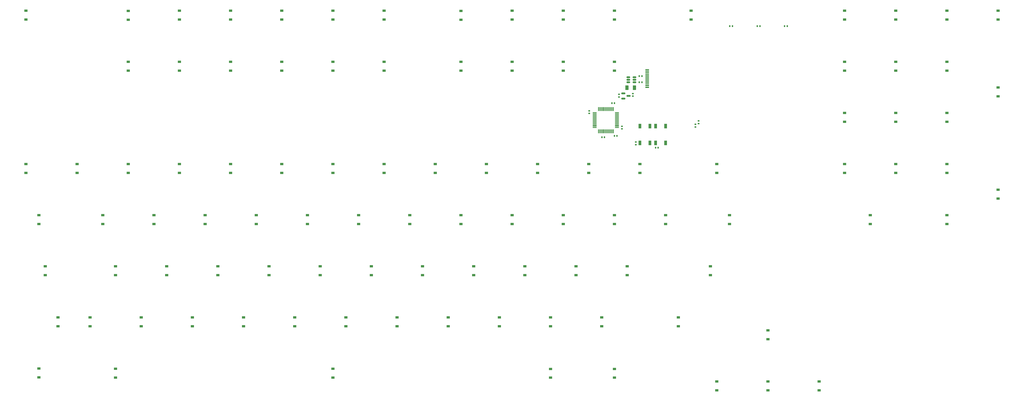
<source format=gbp>
%TF.GenerationSoftware,KiCad,Pcbnew,(7.0.0-0)*%
%TF.CreationDate,2024-01-31T16:00:13-05:00*%
%TF.ProjectId,TKL,544b4c2e-6b69-4636-9164-5f7063625858,rev?*%
%TF.SameCoordinates,Original*%
%TF.FileFunction,Paste,Bot*%
%TF.FilePolarity,Positive*%
%FSLAX46Y46*%
G04 Gerber Fmt 4.6, Leading zero omitted, Abs format (unit mm)*
G04 Created by KiCad (PCBNEW (7.0.0-0)) date 2024-01-31 16:00:13*
%MOMM*%
%LPD*%
G01*
G04 APERTURE LIST*
G04 Aperture macros list*
%AMRoundRect*
0 Rectangle with rounded corners*
0 $1 Rounding radius*
0 $2 $3 $4 $5 $6 $7 $8 $9 X,Y pos of 4 corners*
0 Add a 4 corners polygon primitive as box body*
4,1,4,$2,$3,$4,$5,$6,$7,$8,$9,$2,$3,0*
0 Add four circle primitives for the rounded corners*
1,1,$1+$1,$2,$3*
1,1,$1+$1,$4,$5*
1,1,$1+$1,$6,$7*
1,1,$1+$1,$8,$9*
0 Add four rect primitives between the rounded corners*
20,1,$1+$1,$2,$3,$4,$5,0*
20,1,$1+$1,$4,$5,$6,$7,0*
20,1,$1+$1,$6,$7,$8,$9,0*
20,1,$1+$1,$8,$9,$2,$3,0*%
G04 Aperture macros list end*
%ADD10R,1.200000X0.900000*%
%ADD11RoundRect,0.135000X0.135000X0.185000X-0.135000X0.185000X-0.135000X-0.185000X0.135000X-0.185000X0*%
%ADD12R,1.450000X0.600000*%
%ADD13R,1.450000X0.300000*%
%ADD14R,1.100000X1.800000*%
%ADD15RoundRect,0.150000X-0.587500X-0.150000X0.587500X-0.150000X0.587500X0.150000X-0.587500X0.150000X0*%
%ADD16RoundRect,0.140000X-0.140000X-0.170000X0.140000X-0.170000X0.140000X0.170000X-0.140000X0.170000X0*%
%ADD17RoundRect,0.135000X-0.185000X0.135000X-0.185000X-0.135000X0.185000X-0.135000X0.185000X0.135000X0*%
%ADD18RoundRect,0.250000X0.375000X0.625000X-0.375000X0.625000X-0.375000X-0.625000X0.375000X-0.625000X0*%
%ADD19RoundRect,0.150000X-0.512500X-0.150000X0.512500X-0.150000X0.512500X0.150000X-0.512500X0.150000X0*%
%ADD20RoundRect,0.075000X0.075000X-0.662500X0.075000X0.662500X-0.075000X0.662500X-0.075000X-0.662500X0*%
%ADD21RoundRect,0.075000X0.662500X-0.075000X0.662500X0.075000X-0.662500X0.075000X-0.662500X-0.075000X0*%
%ADD22RoundRect,0.140000X-0.170000X0.140000X-0.170000X-0.140000X0.170000X-0.140000X0.170000X0.140000X0*%
%ADD23RoundRect,0.140000X0.170000X-0.140000X0.170000X0.140000X-0.170000X0.140000X-0.170000X-0.140000X0*%
%ADD24RoundRect,0.135000X0.185000X-0.135000X0.185000X0.135000X-0.185000X0.135000X-0.185000X-0.135000X0*%
%ADD25RoundRect,0.140000X0.140000X0.170000X-0.140000X0.170000X-0.140000X-0.170000X0.140000X-0.170000X0*%
G04 APERTURE END LIST*
D10*
X353218749Y-285766699D03*
X353218749Y-282466699D03*
X229393749Y-266716699D03*
X229393749Y-263416699D03*
X505618749Y-285766699D03*
X505618749Y-282466699D03*
X305593749Y-266716699D03*
X305593749Y-263416699D03*
X286543749Y-209566699D03*
X286543749Y-206266699D03*
X248443749Y-266716699D03*
X248443749Y-263416699D03*
D11*
X464599750Y-211948950D03*
X463579750Y-211948950D03*
D12*
X422542499Y-228290573D03*
X422542499Y-229090573D03*
D13*
X422542499Y-230290573D03*
X422542499Y-231290573D03*
X422542499Y-231790573D03*
X422542499Y-232790573D03*
D12*
X422542499Y-233990573D03*
X422542499Y-234790573D03*
X422542499Y-234790573D03*
X422542499Y-233990573D03*
D13*
X422542499Y-233290573D03*
X422542499Y-232290573D03*
X422542499Y-230790573D03*
X422542499Y-229790573D03*
D12*
X422542499Y-229090573D03*
X422542499Y-228290573D03*
D14*
X423593749Y-255466699D03*
X423593749Y-249266699D03*
X419893749Y-255466699D03*
X419893749Y-249266699D03*
D15*
X413717248Y-238970697D03*
X413717248Y-237070697D03*
X415592248Y-238020697D03*
D16*
X405697750Y-253350950D03*
X406657750Y-253350950D03*
D10*
X367506249Y-323866699D03*
X367506249Y-320566699D03*
X362743749Y-266716699D03*
X362743749Y-263416699D03*
X391318749Y-209566699D03*
X391318749Y-206266699D03*
D17*
X441668750Y-247252950D03*
X441668750Y-248272950D03*
D10*
X262731249Y-304816699D03*
X262731249Y-301516699D03*
D16*
X410350950Y-252907076D03*
X411310950Y-252907076D03*
D10*
X224631249Y-304816699D03*
X224631249Y-301516699D03*
X248443749Y-209566699D03*
X248443749Y-206266699D03*
X238918749Y-285766699D03*
X238918749Y-282466699D03*
X243681249Y-304816699D03*
X243681249Y-301516699D03*
X291306249Y-323866699D03*
X291306249Y-320566699D03*
X553243749Y-276241699D03*
X553243749Y-272941699D03*
X438943749Y-209566699D03*
X438943749Y-206266699D03*
X198437499Y-304816699D03*
X198437499Y-301516699D03*
X324643749Y-209566699D03*
X324643749Y-206266699D03*
X405606249Y-323866699D03*
X405606249Y-320566699D03*
X210343749Y-266716699D03*
X210343749Y-263416699D03*
X300831249Y-304816699D03*
X300831249Y-301516699D03*
X234156249Y-323866699D03*
X234156249Y-320566699D03*
X319881249Y-304816699D03*
X319881249Y-301516699D03*
D11*
X474759750Y-211948950D03*
X473739750Y-211948950D03*
D10*
X434181249Y-323866699D03*
X434181249Y-320566699D03*
X315118749Y-285766699D03*
X315118749Y-282466699D03*
X400843749Y-266716699D03*
X400843749Y-263416699D03*
X229393749Y-228616699D03*
X229393749Y-225316699D03*
D14*
X429435747Y-255466699D03*
X429435747Y-249266699D03*
X425735747Y-255466699D03*
X425735747Y-249266699D03*
D10*
X534193749Y-247666699D03*
X534193749Y-244366699D03*
X191293749Y-266716699D03*
X191293749Y-263416699D03*
X196056249Y-285766699D03*
X196056249Y-282466699D03*
X305593749Y-209566699D03*
X305593749Y-206266699D03*
X410368749Y-209566699D03*
X410368749Y-206266699D03*
X257968749Y-285766699D03*
X257968749Y-282466699D03*
X338931249Y-304816699D03*
X338931249Y-301516699D03*
X534193749Y-228616699D03*
X534193749Y-225316699D03*
X324643749Y-266716699D03*
X324643749Y-263416699D03*
X267493749Y-266716699D03*
X267493749Y-263416699D03*
X224631249Y-342962499D03*
X224631249Y-339662499D03*
X515143749Y-266716699D03*
X515143749Y-263416699D03*
X203199999Y-323866699D03*
X203199999Y-320566699D03*
X534193749Y-285766699D03*
X534193749Y-282466699D03*
D18*
X417862250Y-234937824D03*
X415062250Y-234937824D03*
D19*
X415575750Y-232903950D03*
X415575750Y-231953950D03*
X415575750Y-231003950D03*
X417850750Y-231003950D03*
X417850750Y-231953950D03*
X417850750Y-232903950D03*
D10*
X410368749Y-343008299D03*
X410368749Y-339708299D03*
X534193749Y-209566699D03*
X534193749Y-206266699D03*
D20*
X409943750Y-251195826D03*
X409443750Y-251195826D03*
X408943750Y-251195826D03*
X408443750Y-251195826D03*
X407943750Y-251195826D03*
X407443750Y-251195826D03*
X406943750Y-251195826D03*
X406443750Y-251195826D03*
X405943750Y-251195826D03*
X405443750Y-251195826D03*
X404943750Y-251195826D03*
X404443750Y-251195826D03*
D21*
X403031250Y-249783326D03*
X403031250Y-249283326D03*
X403031250Y-248783326D03*
X403031250Y-248283326D03*
X403031250Y-247783326D03*
X403031250Y-247283326D03*
X403031250Y-246783326D03*
X403031250Y-246283326D03*
X403031250Y-245783326D03*
X403031250Y-245283326D03*
X403031250Y-244783326D03*
X403031250Y-244283326D03*
D20*
X404443750Y-242870826D03*
X404943750Y-242870826D03*
X405443750Y-242870826D03*
X405943750Y-242870826D03*
X406443750Y-242870826D03*
X406943750Y-242870826D03*
X407443750Y-242870826D03*
X407943750Y-242870826D03*
X408443750Y-242870826D03*
X408943750Y-242870826D03*
X409443750Y-242870826D03*
X409943750Y-242870826D03*
D21*
X411356250Y-244283326D03*
X411356250Y-244783326D03*
X411356250Y-245283326D03*
X411356250Y-245783326D03*
X411356250Y-246283326D03*
X411356250Y-246783326D03*
X411356250Y-247283326D03*
X411356250Y-247783326D03*
X411356250Y-248283326D03*
X411356250Y-248783326D03*
X411356250Y-249283326D03*
X411356250Y-249783326D03*
D10*
X496093749Y-266654199D03*
X496093749Y-263354199D03*
X515143749Y-209566699D03*
X515143749Y-206266699D03*
D11*
X420652250Y-232905824D03*
X419632250Y-232905824D03*
D10*
X381793749Y-266716699D03*
X381793749Y-263416699D03*
X329406249Y-323866699D03*
X329406249Y-320566699D03*
X386556249Y-343008299D03*
X386556249Y-339708299D03*
X219868749Y-285766699D03*
X219868749Y-282466699D03*
D22*
X400970750Y-243537076D03*
X400970750Y-244497076D03*
D10*
X215106249Y-323866699D03*
X215106249Y-320566699D03*
X419893749Y-266716699D03*
X419893749Y-263416699D03*
D11*
X454312750Y-211948950D03*
X453292750Y-211948950D03*
D10*
X453231249Y-285766699D03*
X453231249Y-282466699D03*
X281781249Y-304816699D03*
X281781249Y-301516699D03*
X429418749Y-285766699D03*
X429418749Y-282466699D03*
X296068749Y-285766699D03*
X296068749Y-282466699D03*
X467518749Y-347679199D03*
X467518749Y-344379199D03*
X386556249Y-323866699D03*
X386556249Y-320566699D03*
D11*
X420652250Y-230619824D03*
X419632250Y-230619824D03*
D10*
X396081249Y-304816699D03*
X396081249Y-301516699D03*
X272256249Y-323866699D03*
X272256249Y-320566699D03*
X496093749Y-209566699D03*
X496093749Y-206266699D03*
X353218749Y-228616699D03*
X353218749Y-225316699D03*
X448468749Y-266716699D03*
X448468749Y-263416699D03*
X486568749Y-347679199D03*
X486568749Y-344379199D03*
X515143749Y-247666699D03*
X515143749Y-244366699D03*
X357981249Y-304816699D03*
X357981249Y-301516699D03*
X343693749Y-266716699D03*
X343693749Y-263416699D03*
D23*
X412036251Y-238373696D03*
X412036251Y-237413696D03*
D24*
X440523750Y-249542950D03*
X440523750Y-248522950D03*
D25*
X410421950Y-240650950D03*
X409461950Y-240650950D03*
D10*
X446087499Y-304816699D03*
X446087499Y-301516699D03*
X286543749Y-266716699D03*
X286543749Y-263416699D03*
X534193749Y-266716699D03*
X534193749Y-263416699D03*
X515143749Y-228616699D03*
X515143749Y-225316699D03*
X267493749Y-209566699D03*
X267493749Y-206266699D03*
D23*
X413162750Y-250274950D03*
X413162750Y-249314950D03*
D10*
X310356249Y-323866699D03*
X310356249Y-320566699D03*
X391318749Y-285766699D03*
X391318749Y-282466699D03*
X229393749Y-209612499D03*
X229393749Y-206312499D03*
X372268749Y-209566699D03*
X372268749Y-206266699D03*
X553243749Y-238141699D03*
X553243749Y-234841699D03*
X353218749Y-209612499D03*
X353218749Y-206312499D03*
X410368749Y-285766699D03*
X410368749Y-282466699D03*
D17*
X418314750Y-255158700D03*
X418314750Y-256178700D03*
D10*
X496093749Y-228616699D03*
X496093749Y-225316699D03*
X191293749Y-209566699D03*
X191293749Y-206266699D03*
X553243749Y-209566699D03*
X553243749Y-206266699D03*
X248443749Y-228616699D03*
X248443749Y-225316699D03*
X372268749Y-228616699D03*
X372268749Y-225316699D03*
X410368749Y-228616699D03*
X410368749Y-225316699D03*
X267493749Y-228616699D03*
X267493749Y-225316699D03*
X348456249Y-323866699D03*
X348456249Y-320566699D03*
X334168749Y-285766699D03*
X334168749Y-282466699D03*
X377031249Y-304816699D03*
X377031249Y-301516699D03*
X286543749Y-228616699D03*
X286543749Y-225316699D03*
D25*
X426668749Y-257256200D03*
X425708749Y-257256200D03*
D10*
X391318749Y-228616699D03*
X391318749Y-225316699D03*
X372268749Y-285766699D03*
X372268749Y-282466699D03*
X253206249Y-323866699D03*
X253206249Y-320566699D03*
D22*
X417226750Y-237122950D03*
X417226750Y-238082950D03*
D10*
X448468749Y-347679199D03*
X448468749Y-344379199D03*
X324643749Y-228616699D03*
X324643749Y-225316699D03*
X305593749Y-342962499D03*
X305593749Y-339662499D03*
X277018749Y-285766699D03*
X277018749Y-282466699D03*
X467518749Y-328629199D03*
X467518749Y-325329199D03*
X305593749Y-228616699D03*
X305593749Y-225316699D03*
X415131249Y-304816699D03*
X415131249Y-301516699D03*
X496093749Y-247666699D03*
X496093749Y-244366699D03*
X196056249Y-342916699D03*
X196056249Y-339616699D03*
M02*

</source>
